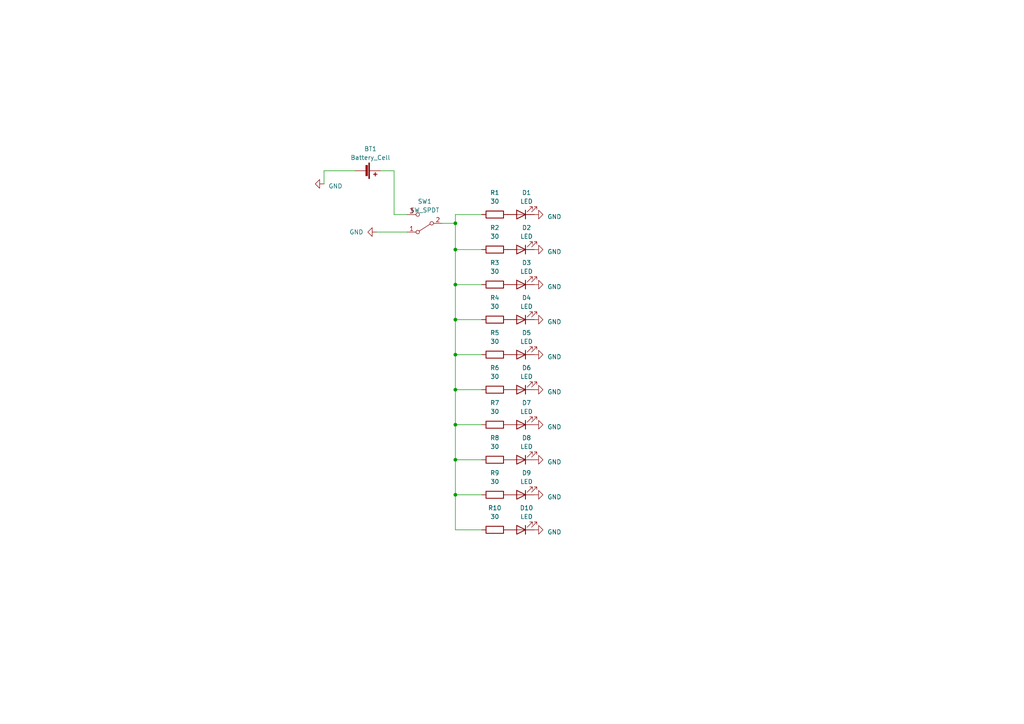
<source format=kicad_sch>
(kicad_sch (version 20231120) (generator "eeschema") (generator_version "8.0")
  (paper "A4")
  (lib_symbols
    (symbol "Device:Battery_Cell" (pin_numbers hide) (pin_names (offset 0) hide)
      (property "Reference" "BT" (at 2.54 2.54 0))
      (property "Value" "Battery_Cell" (at 2.54 0 0))
      (symbol "Battery_Cell_0_1"
        (rectangle (start -2.286 1.778) (end 2.286 1.524) (fill (type outline)))
        (rectangle (start -1.5748 1.1938) (end 1.4732 0.6858) (fill (type outline)))
        (polyline (pts (xy 0 0.762) (xy 0 0)))
        (polyline (pts (xy 0 1.778) (xy 0 2.54)))
        (polyline (pts (xy 0.508 3.429) (xy 1.524 3.429)) (stroke (width 0.254)))
        (polyline (pts (xy 1.016 3.937) (xy 1.016 2.921)) (stroke (width 0.254)))
      )
      (symbol "Battery_Cell_1_1"
        (pin passive line (at 0 5.08 270) (length 2.54) (name "+") (number "1"))
        (pin passive line (at 0 -2.54 90) (length 2.54) (name "-") (number "2"))
      )
    )
    (symbol "Device:LED" (pin_numbers hide) (pin_names (offset 1.016) hide)
      (property "Reference" "D" (at 0 2.54 0))
      (property "Value" "LED" (at 0 -2.54 0))
      (symbol "LED_0_1"
        (polyline (pts (xy -1.27 -1.27) (xy -1.27 1.27)) (stroke (width 0.254)))
        (polyline (pts (xy -1.27 0) (xy 1.27 0)))
        (polyline (pts (xy 1.27 -1.27) (xy 1.27 1.27) (xy -1.27 0) (xy 1.27 -1.27)) (stroke (width 0.254)))
        (polyline (pts (xy -3.048 -0.762) (xy -4.572 -2.286) (xy -3.81 -2.286) (xy -4.572 -2.286) (xy -4.572 -1.524)))
        (polyline (pts (xy -1.778 -0.762) (xy -3.302 -2.286) (xy -2.54 -2.286) (xy -3.302 -2.286) (xy -3.302 -1.524)))
      )
      (symbol "LED_1_1"
        (pin passive line (at -3.81 0 0) (length 2.54) (name "K") (number "1"))
        (pin passive line (at 3.81 0 180) (length 2.54) (name "A") (number "2"))
      )
    )
    (symbol "Device:R" (pin_numbers hide) (pin_names (offset 0))
      (property "Reference" "R" (at 2.032 0 90))
      (property "Value" "R" (at 0 0 90))
      (symbol "R_0_1"
        (rectangle (start -1.016 -2.54) (end 1.016 2.54) (stroke (width 0.254)))
      )
      (symbol "R_1_1"
        (pin passive line (at 0 3.81 270) (length 1.27) (name "~") (number "1"))
        (pin passive line (at 0 -3.81 90) (length 1.27) (name "~") (number "2"))
      )
    )
    (symbol "Switch:SW_SPDT" (pin_names (offset 0) hide)
      (property "Reference" "SW" (at 0 4.318 0))
      (property "Value" "SW_SPDT" (at 0 -5.08 0))
      (symbol "SW_SPDT_0_0"
        (circle (center -2.032 0) (radius 0.508))
        (circle (center 2.032 -2.54) (radius 0.508))
      )
      (symbol "SW_SPDT_0_1"
        (polyline (pts (xy -1.524 0.254) (xy 1.651 2.286)))
        (circle (center 2.032 2.54) (radius 0.508))
      )
      (symbol "SW_SPDT_1_1"
        (pin passive line (at 5.08 2.54 180) (length 2.54) (name "A") (number "1"))
        (pin passive line (at -5.08 0 0) (length 2.54) (name "B") (number "2"))
        (pin passive line (at 5.08 -2.54 180) (length 2.54) (name "C") (number "3"))
      )
    )
    (symbol "power:GND" (power) (pin_names (offset 0))
      (property "Value" "GND" (at 0 -3.81 0))
      (symbol "GND_0_1"
        (polyline (pts (xy 0 0) (xy 0 -1.27) (xy 1.27 -1.27) (xy 0 -2.54) (xy -1.27 -1.27) (xy 0 -1.27)))
      )
      (symbol "GND_1_1"
        (pin power_in line (at 0 0 270) (length 0) hide (name "GND") (number "1"))
      )
    )
  )
  (junction (at 132.08 92.71))
  (junction (at 132.08 102.87))
  (junction (at 132.08 72.39))
  (junction (at 132.08 113.03))
  (junction (at 132.08 143.51))
  (junction (at 132.08 133.35))
  (junction (at 132.08 123.19))
  (junction (at 132.08 64.77))
  (junction (at 132.08 82.55))
  (wire (pts (xy 132.08 72.39) (xy 132.08 82.55)))
  (wire (pts (xy 139.7 62.23) (xy 132.08 62.23)))
  (wire (pts (xy 132.08 62.23) (xy 132.08 64.77)))
  (wire (pts (xy 132.08 123.19) (xy 139.7 123.19)))
  (wire (pts (xy 93.98 49.53) (xy 102.87 49.53)))
  (wire (pts (xy 132.08 113.03) (xy 139.7 113.03)))
  (wire (pts (xy 132.08 92.71) (xy 132.08 102.87)))
  (wire (pts (xy 132.08 113.03) (xy 132.08 123.19)))
  (wire (pts (xy 93.98 53.34) (xy 93.98 49.53)))
  (wire (pts (xy 132.08 133.35) (xy 132.08 143.51)))
  (wire (pts (xy 132.08 133.35) (xy 139.7 133.35)))
  (wire (pts (xy 114.3 62.23) (xy 118.11 62.23)))
  (wire (pts (xy 132.08 82.55) (xy 132.08 92.71)))
  (wire (pts (xy 132.08 64.77) (xy 132.08 72.39)))
  (wire (pts (xy 132.08 143.51) (xy 139.7 143.51)))
  (wire (pts (xy 132.08 123.19) (xy 132.08 133.35)))
  (wire (pts (xy 132.08 72.39) (xy 139.7 72.39)))
  (wire (pts (xy 132.08 82.55) (xy 139.7 82.55)))
  (wire (pts (xy 139.7 102.87) (xy 132.08 102.87)))
  (wire (pts (xy 132.08 143.51) (xy 132.08 153.67)))
  (wire (pts (xy 114.3 49.53) (xy 114.3 62.23)))
  (wire (pts (xy 110.49 49.53) (xy 114.3 49.53)))
  (wire (pts (xy 132.08 102.87) (xy 132.08 113.03)))
  (wire (pts (xy 109.22 67.31) (xy 118.11 67.31)))
  (wire (pts (xy 128.27 64.77) (xy 132.08 64.77)))
  (wire (pts (xy 132.08 153.67) (xy 139.7 153.67)))
  (wire (pts (xy 132.08 92.71) (xy 139.7 92.71)))
  (symbol (lib_id "power:GND") (at 154.94 143.51 90) (unit 1)
    (property "Reference" "#PWR011" (effects (hide yes)))
    (property "Value" "GND" (at 158.75 144.145 90) (effects (justify right)))
  )
  (symbol (lib_id "Device:R") (at 143.51 153.67 90) (unit 1)
    (property "Reference" "R10" (at 143.51 147.32 90))
    (property "Value" "30" (at 143.51 149.86 90))
    (property "Footprint" "Resistor_SMD:R_1206_3216Metric_Pad1.30x1.75mm_HandSolder" (effects (hide yes)))
  )
  (symbol (lib_id "power:GND") (at 154.94 102.87 90) (unit 1)
    (property "Reference" "#PWR07" (effects (hide yes)))
    (property "Value" "GND" (at 158.75 103.505 90) (effects (justify right)))
  )
  (symbol (lib_id "Device:R") (at 143.51 62.23 90) (unit 1)
    (property "Reference" "R1" (at 143.51 55.88 90))
    (property "Value" "30" (at 143.51 58.42 90))
    (property "Footprint" "Resistor_SMD:R_1206_3216Metric_Pad1.30x1.75mm_HandSolder" (effects (hide yes)))
  )
  (symbol (lib_id "power:GND") (at 154.94 123.19 90) (unit 1)
    (property "Reference" "#PWR09" (effects (hide yes)))
    (property "Value" "GND" (at 158.75 123.825 90) (effects (justify right)))
  )
  (symbol (lib_id "Device:R") (at 143.51 143.51 90) (unit 1)
    (property "Reference" "R9" (at 143.51 137.16 90))
    (property "Value" "30" (at 143.51 139.7 90))
    (property "Footprint" "Resistor_SMD:R_1206_3216Metric_Pad1.30x1.75mm_HandSolder" (effects (hide yes)))
  )
  (symbol (lib_id "Device:LED") (at 151.13 102.87 180) (unit 1)
    (property "Reference" "D5" (at 152.7175 96.52 0))
    (property "Value" "LED" (at 152.7175 99.06 0))
    (property "Footprint" "LED_THT:LED_D5.0mm" (effects (hide yes)))
  )
  (symbol (lib_id "Device:LED") (at 151.13 82.55 180) (unit 1)
    (property "Reference" "D3" (at 152.7175 76.2 0))
    (property "Value" "LED" (at 152.7175 78.74 0))
    (property "Footprint" "LED_THT:LED_D5.0mm" (effects (hide yes)))
  )
  (symbol (lib_id "power:GND") (at 93.98 53.34 270) (unit 1)
    (property "Reference" "#PWR01" (effects (hide yes)))
    (property "Value" "GND" (at 95.25 53.975 90) (effects (justify left)))
  )
  (symbol (lib_id "Device:R") (at 143.51 102.87 90) (unit 1)
    (property "Reference" "R5" (at 143.51 96.52 90))
    (property "Value" "30" (at 143.51 99.06 90))
    (property "Footprint" "Resistor_SMD:R_1206_3216Metric_Pad1.30x1.75mm_HandSolder" (effects (hide yes)))
  )
  (symbol (lib_id "Device:R") (at 143.51 133.35 90) (unit 1)
    (property "Reference" "R8" (at 143.51 127 90))
    (property "Value" "30" (at 143.51 129.54 90))
    (property "Footprint" "Resistor_SMD:R_1206_3216Metric_Pad1.30x1.75mm_HandSolder" (effects (hide yes)))
  )
  (symbol (lib_id "Device:R") (at 143.51 113.03 90) (unit 1)
    (property "Reference" "R6" (at 143.51 106.68 90))
    (property "Value" "30" (at 143.51 109.22 90))
    (property "Footprint" "Resistor_SMD:R_1206_3216Metric_Pad1.30x1.75mm_HandSolder" (effects (hide yes)))
  )
  (symbol (lib_id "Device:R") (at 143.51 123.19 90) (unit 1)
    (property "Reference" "R7" (at 143.51 116.84 90))
    (property "Value" "30" (at 143.51 119.38 90))
    (property "Footprint" "Resistor_SMD:R_1206_3216Metric_Pad1.30x1.75mm_HandSolder" (effects (hide yes)))
  )
  (symbol (lib_id "Device:R") (at 143.51 92.71 90) (unit 1)
    (property "Reference" "R4" (at 143.51 86.36 90))
    (property "Value" "30" (at 143.51 88.9 90))
    (property "Footprint" "Resistor_SMD:R_1206_3216Metric_Pad1.30x1.75mm_HandSolder" (effects (hide yes)))
  )
  (symbol (lib_id "power:GND") (at 154.94 82.55 90) (unit 1)
    (property "Reference" "#PWR05" (effects (hide yes)))
    (property "Value" "GND" (at 158.75 83.185 90) (effects (justify right)))
  )
  (symbol (lib_id "power:GND") (at 109.22 67.31 270) (unit 1)
    (property "Reference" "#PWR02" (effects (hide yes)))
    (property "Value" "GND" (at 105.41 67.3099 90) (effects (justify right)))
  )
  (symbol (lib_id "Device:LED") (at 151.13 62.23 180) (unit 1)
    (property "Reference" "D1" (at 152.7175 55.88 0))
    (property "Value" "LED" (at 152.7175 58.42 0))
    (property "Footprint" "LED_THT:LED_D5.0mm" (effects (hide yes)))
  )
  (symbol (lib_id "Switch:SW_SPDT") (at 123.19 64.77 180) (unit 1)
    (property "Reference" "SW1" (at 123.19 58.42 0))
    (property "Value" "SW_SPDT" (at 123.19 60.96 0))
    (property "Footprint" "Button_Switch_SMD:SW_SPDT_PCM12" (effects (hide yes)))
  )
  (symbol (lib_id "Device:Battery_Cell") (at 105.41 49.53 270) (unit 1)
    (property "Reference" "BT1" (at 107.442 43.18 90))
    (property "Value" "Battery_Cell" (at 107.442 45.72 90))
    (property "Footprint" "Battery:BatteryHolder_Keystone_3034_1x20mm" (effects (hide yes)))
  )
  (symbol (lib_id "Device:LED") (at 151.13 72.39 180) (unit 1)
    (property "Reference" "D2" (at 152.7175 66.04 0))
    (property "Value" "LED" (at 152.7175 68.58 0))
    (property "Footprint" "LED_THT:LED_D5.0mm" (effects (hide yes)))
  )
  (symbol (lib_id "Device:LED") (at 151.13 143.51 180) (unit 1)
    (property "Reference" "D9" (at 152.7175 137.16 0))
    (property "Value" "LED" (at 152.7175 139.7 0))
    (property "Footprint" "LED_THT:LED_D5.0mm" (effects (hide yes)))
  )
  (symbol (lib_id "Device:LED") (at 151.13 92.71 180) (unit 1)
    (property "Reference" "D4" (at 152.7175 86.36 0))
    (property "Value" "LED" (at 152.7175 88.9 0))
    (property "Footprint" "LED_THT:LED_D5.0mm" (effects (hide yes)))
  )
  (symbol (lib_id "Device:R") (at 143.51 82.55 90) (unit 1)
    (property "Reference" "R3" (at 143.51 76.2 90))
    (property "Value" "30" (at 143.51 78.74 90))
    (property "Footprint" "Resistor_SMD:R_1206_3216Metric_Pad1.30x1.75mm_HandSolder" (effects (hide yes)))
  )
  (symbol (lib_id "Device:LED") (at 151.13 123.19 180) (unit 1)
    (property "Reference" "D7" (at 152.7175 116.84 0))
    (property "Value" "LED" (at 152.7175 119.38 0))
    (property "Footprint" "LED_THT:LED_D5.0mm" (effects (hide yes)))
  )
  (symbol (lib_id "power:GND") (at 154.94 113.03 90) (unit 1)
    (property "Reference" "#PWR08" (effects (hide yes)))
    (property "Value" "GND" (at 158.75 113.665 90) (effects (justify right)))
  )
  (symbol (lib_id "power:GND") (at 154.94 72.39 90) (unit 1)
    (property "Reference" "#PWR04" (effects (hide yes)))
    (property "Value" "GND" (at 158.75 73.025 90) (effects (justify right)))
  )
  (symbol (lib_id "power:GND") (at 154.94 153.67 90) (unit 1)
    (property "Reference" "#PWR012" (effects (hide yes)))
    (property "Value" "GND" (at 158.75 154.305 90) (effects (justify right)))
  )
  (symbol (lib_id "Device:LED") (at 151.13 133.35 180) (unit 1)
    (property "Reference" "D8" (at 152.7175 127 0))
    (property "Value" "LED" (at 152.7175 129.54 0))
    (property "Footprint" "LED_THT:LED_D5.0mm" (effects (hide yes)))
  )
  (symbol (lib_id "Device:R") (at 143.51 72.39 90) (unit 1)
    (property "Reference" "R2" (at 143.51 66.04 90))
    (property "Value" "30" (at 143.51 68.58 90))
    (property "Footprint" "Resistor_SMD:R_1206_3216Metric_Pad1.30x1.75mm_HandSolder" (effects (hide yes)))
  )
  (symbol (lib_id "power:GND") (at 154.94 133.35 90) (unit 1)
    (property "Reference" "#PWR010" (effects (hide yes)))
    (property "Value" "GND" (at 158.75 133.985 90) (effects (justify right)))
  )
  (symbol (lib_id "power:GND") (at 154.94 62.23 90) (unit 1)
    (property "Reference" "#PWR03" (effects (hide yes)))
    (property "Value" "GND" (at 158.75 62.865 90) (effects (justify right)))
  )
  (symbol (lib_id "Device:LED") (at 151.13 113.03 180) (unit 1)
    (property "Reference" "D6" (at 152.7175 106.68 0))
    (property "Value" "LED" (at 152.7175 109.22 0))
    (property "Footprint" "LED_THT:LED_D5.0mm" (effects (hide yes)))
  )
  (symbol (lib_id "power:GND") (at 154.94 92.71 90) (unit 1)
    (property "Reference" "#PWR06" (effects (hide yes)))
    (property "Value" "GND" (at 158.75 93.345 90) (effects (justify right)))
  )
  (symbol (lib_id "Device:LED") (at 151.13 153.67 180) (unit 1)
    (property "Reference" "D10" (at 152.7175 147.32 0))
    (property "Value" "LED" (at 152.7175 149.86 0))
    (property "Footprint" "LED_THT:LED_D5.0mm" (effects (hide yes)))
  )
)
</source>
